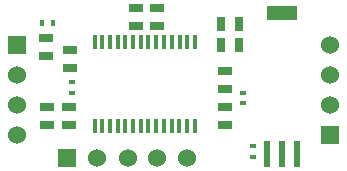
<source format=gts>
G04 (created by PCBNEW (2013-07-07 BZR 4022)-stable) date 29/10/2014 14:18:25*
%MOIN*%
G04 Gerber Fmt 3.4, Leading zero omitted, Abs format*
%FSLAX34Y34*%
G01*
G70*
G90*
G04 APERTURE LIST*
%ADD10C,0.00590551*%
%ADD11R,0.06X0.06*%
%ADD12C,0.06*%
%ADD13R,0.045X0.025*%
%ADD14R,0.025X0.045*%
%ADD15R,0.0236X0.0157*%
%ADD16R,0.0157X0.0236*%
%ADD17R,0.016X0.05*%
%ADD18R,0.1X0.0507874*%
%ADD19R,0.0200787X0.0866142*%
G04 APERTURE END LIST*
G54D10*
G54D11*
X11122Y-4452D03*
G54D12*
X11122Y-3452D03*
X11122Y-2452D03*
X11122Y-1452D03*
G54D11*
X688Y-1452D03*
G54D12*
X688Y-2452D03*
X688Y-3452D03*
X688Y-4452D03*
G54D13*
X1653Y-1235D03*
X1653Y-1835D03*
G54D14*
X7495Y-748D03*
X8095Y-748D03*
X8095Y-1456D03*
X7495Y-1456D03*
G54D13*
X1692Y-4118D03*
X1692Y-3518D03*
X2401Y-3518D03*
X2401Y-4118D03*
X7598Y-2937D03*
X7598Y-2337D03*
X7598Y-4118D03*
X7598Y-3518D03*
X2440Y-2229D03*
X2440Y-1629D03*
G54D15*
X8228Y-3405D03*
X8228Y-3051D03*
X8543Y-4823D03*
X8543Y-5177D03*
X2519Y-3051D03*
X2519Y-2697D03*
G54D16*
X1869Y-708D03*
X1515Y-708D03*
G54D17*
X3271Y-4155D03*
X3521Y-4155D03*
X3781Y-4155D03*
X4041Y-4155D03*
X4291Y-4155D03*
X4551Y-4155D03*
X4811Y-4155D03*
X5061Y-4155D03*
X5321Y-4155D03*
X5571Y-4155D03*
X5831Y-4155D03*
X6091Y-4155D03*
X6341Y-4155D03*
X6601Y-4155D03*
X6601Y-1355D03*
X6341Y-1355D03*
X6101Y-1355D03*
X5831Y-1355D03*
X5571Y-1355D03*
X5321Y-1355D03*
X5061Y-1355D03*
X4811Y-1355D03*
X4551Y-1355D03*
X4291Y-1355D03*
X4041Y-1355D03*
X3781Y-1355D03*
X3521Y-1355D03*
X3271Y-1355D03*
G54D11*
X2346Y-5216D03*
G54D12*
X3346Y-5216D03*
X4362Y-5216D03*
X5330Y-5216D03*
X6330Y-5216D03*
G54D18*
X9527Y-393D03*
G54D19*
X9027Y-5088D03*
X9527Y-5088D03*
X10027Y-5088D03*
G54D13*
X5354Y-211D03*
X5354Y-811D03*
X4645Y-211D03*
X4645Y-811D03*
M02*

</source>
